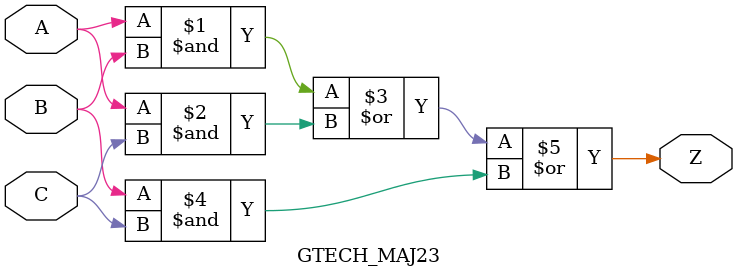
<source format=v>



module GTECH_MAJ23 (A, B, C, Z);  
	input A, B, C;
	output Z;

	assign Z = (A & B) | (A & C) | (B & C);
endmodule




</source>
